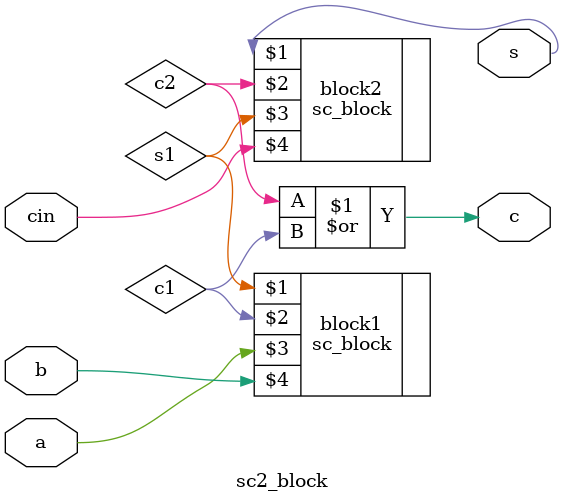
<source format=v>

module sc2_block(s, c, a, b, cin);
    output s, c;
    input  a, b, cin;
    wire s1, c1, c2;

    sc_block block1(s1, c1, a, b);
    sc_block block2(s, c2, s1, cin);
    or o3(c, c2, c1);
endmodule // sc2_block

</source>
